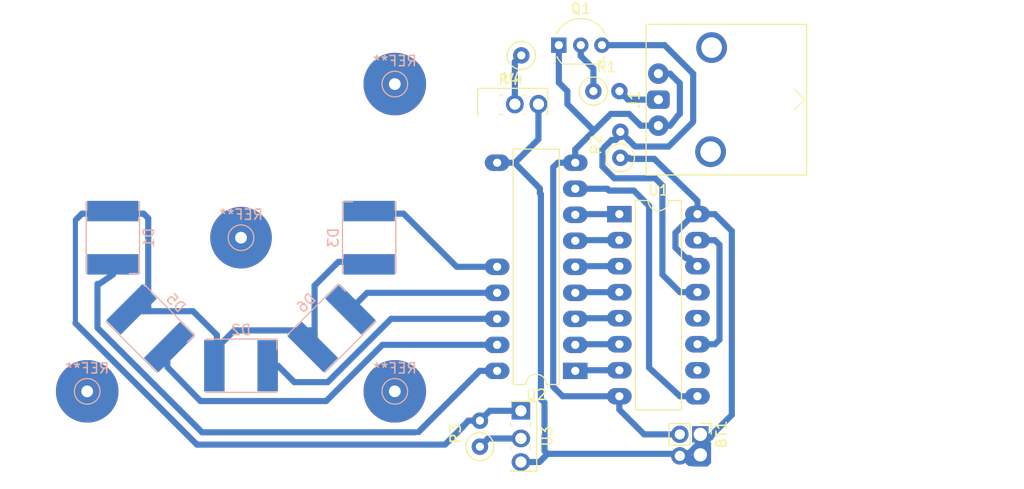
<source format=kicad_pcb>
(kicad_pcb (version 20171130) (host pcbnew "(5.1.5)-3")

  (general
    (thickness 1.6)
    (drawings 0)
    (tracks 200)
    (zones 0)
    (modules 20)
    (nets 25)
  )

  (page A4)
  (title_block
    (title "LED multiplexer")
    (rev v01)
    (comment 4 "Author: Hampus Månefjord")
  )

  (layers
    (0 F.Cu signal)
    (31 B.Cu signal)
    (32 B.Adhes user)
    (33 F.Adhes user)
    (34 B.Paste user)
    (35 F.Paste user)
    (36 B.SilkS user)
    (37 F.SilkS user)
    (38 B.Mask user)
    (39 F.Mask user)
    (40 Dwgs.User user)
    (41 Cmts.User user)
    (42 Eco1.User user)
    (43 Eco2.User user)
    (44 Edge.Cuts user)
    (45 Margin user)
    (46 B.CrtYd user)
    (47 F.CrtYd user)
    (48 B.Fab user)
    (49 F.Fab user)
  )

  (setup
    (last_trace_width 0.5)
    (user_trace_width 0.6)
    (trace_clearance 0.7)
    (zone_clearance 0.508)
    (zone_45_only no)
    (trace_min 0.4)
    (via_size 1.2)
    (via_drill 0.8)
    (via_min_size 1.2)
    (via_min_drill 0.8)
    (uvia_size 0.3)
    (uvia_drill 0.1)
    (uvias_allowed no)
    (uvia_min_size 0.2)
    (uvia_min_drill 0.1)
    (edge_width 0.05)
    (segment_width 0.2)
    (pcb_text_width 0.3)
    (pcb_text_size 1.5 1.5)
    (mod_edge_width 0.12)
    (mod_text_size 1 1)
    (mod_text_width 0.15)
    (pad_size 6.1 6.1)
    (pad_drill 1.15)
    (pad_to_mask_clearance 0.051)
    (solder_mask_min_width 0.25)
    (aux_axis_origin 0 0)
    (visible_elements 7EFFB6E7)
    (pcbplotparams
      (layerselection 0x00000_fffffffe)
      (usegerberextensions false)
      (usegerberattributes false)
      (usegerberadvancedattributes false)
      (creategerberjobfile false)
      (excludeedgelayer true)
      (linewidth 0.200000)
      (plotframeref false)
      (viasonmask false)
      (mode 1)
      (useauxorigin false)
      (hpglpennumber 1)
      (hpglpenspeed 20)
      (hpglpendiameter 15.000000)
      (psnegative false)
      (psa4output false)
      (plotreference true)
      (plotvalue true)
      (plotinvisibletext false)
      (padsonsilk false)
      (subtractmaskfromsilk false)
      (outputformat 1)
      (mirror false)
      (drillshape 0)
      (scaleselection 1)
      (outputdirectory "v10/"))
  )

  (net 0 "")
  (net 1 "Net-(D1-Pad1)")
  (net 2 "Net-(D1-Pad2)")
  (net 3 "Net-(D2-Pad1)")
  (net 4 "Net-(D3-Pad1)")
  (net 5 "Net-(D5-Pad1)")
  (net 6 "Net-(D6-Pad1)")
  (net 7 "Net-(J1-Pad1)")
  (net 8 GND)
  (net 9 "Net-(Q1-Pad2)")
  (net 10 VCC)
  (net 11 "Net-(R3-Pad1)")
  (net 12 "Net-(R4-Pad1)")
  (net 13 "Net-(U1-Pad1)")
  (net 14 "Net-(U1-Pad9)")
  (net 15 "Net-(U1-Pad2)")
  (net 16 "Net-(U1-Pad10)")
  (net 17 "Net-(U1-Pad3)")
  (net 18 "Net-(U1-Pad11)")
  (net 19 "Net-(U1-Pad4)")
  (net 20 "Net-(U1-Pad12)")
  (net 21 "Net-(U1-Pad5)")
  (net 22 "Net-(U1-Pad6)")
  (net 23 "Net-(U1-Pad7)")
  (net 24 "Net-(Q1-Pad3)")

  (net_class Default "This is the default net class."
    (clearance 0.7)
    (trace_width 0.5)
    (via_dia 1.2)
    (via_drill 0.8)
    (uvia_dia 0.3)
    (uvia_drill 0.1)
    (diff_pair_width 0.4)
    (diff_pair_gap 0.25)
    (add_net GND)
    (add_net "Net-(D1-Pad1)")
    (add_net "Net-(D1-Pad2)")
    (add_net "Net-(D2-Pad1)")
    (add_net "Net-(D3-Pad1)")
    (add_net "Net-(D5-Pad1)")
    (add_net "Net-(D6-Pad1)")
    (add_net "Net-(J1-Pad1)")
    (add_net "Net-(Q1-Pad2)")
    (add_net "Net-(Q1-Pad3)")
    (add_net "Net-(R3-Pad1)")
    (add_net "Net-(R4-Pad1)")
    (add_net "Net-(U1-Pad1)")
    (add_net "Net-(U1-Pad10)")
    (add_net "Net-(U1-Pad11)")
    (add_net "Net-(U1-Pad12)")
    (add_net "Net-(U1-Pad2)")
    (add_net "Net-(U1-Pad3)")
    (add_net "Net-(U1-Pad4)")
    (add_net "Net-(U1-Pad5)")
    (add_net "Net-(U1-Pad6)")
    (add_net "Net-(U1-Pad7)")
    (add_net "Net-(U1-Pad9)")
    (add_net VCC)
  )

  (module LED_multiplexer:LM317_half (layer F.Cu) (tedit 5E37EA19) (tstamp 5DFB4DE6)
    (at 54.61 -30.34)
    (descr "SIPAK, Vertical, RM 2.286mm")
    (tags "SIPAK Vertical RM 2.286mm")
    (path /5E327B33)
    (fp_text reference U4 (at 2.286 -2.54) (layer F.SilkS)
      (effects (font (size 1 1) (thickness 0.15)))
    )
    (fp_text value LM317L_TO92 (at 2.286 2.15) (layer F.Fab)
      (effects (font (size 1 1) (thickness 0.15)))
    )
    (fp_text user %R (at 2.286 -2.54) (layer F.Fab)
      (effects (font (size 1 1) (thickness 0.15)))
    )
    (fp_line (start 5.84 -1.67) (end -1.27 -1.67) (layer F.CrtYd) (width 0.05))
    (fp_line (start 5.84 1.15) (end 5.84 -1.67) (layer F.CrtYd) (width 0.05))
    (fp_line (start -1.27 1.15) (end 5.84 1.15) (layer F.CrtYd) (width 0.05))
    (fp_line (start -1.27 -1.67) (end -1.27 1.15) (layer F.CrtYd) (width 0.05))
    (fp_line (start 5.58 -0.9) (end 5.706 -0.9) (layer F.SilkS) (width 0.12))
    (fp_line (start 3.294 -0.9) (end 3.565 -0.9) (layer F.SilkS) (width 0.12))
    (fp_line (start 1.008 -0.9) (end 1.279 -0.9) (layer F.SilkS) (width 0.12))
    (fp_line (start -1.134 -0.9) (end -1.008 -0.9) (layer F.SilkS) (width 0.12))
    (fp_line (start 5.706 -1.54) (end 5.706 1) (layer F.SilkS) (width 0.12))
    (fp_line (start -1.134 -1.54) (end -1.134 1) (layer F.SilkS) (width 0.12))
    (fp_line (start 5.58 1) (end 5.706 1) (layer F.SilkS) (width 0.12))
    (fp_line (start 3.294 1) (end 3.565 1) (layer F.SilkS) (width 0.12))
    (fp_line (start 1.008 1) (end 1.279 1) (layer F.SilkS) (width 0.12))
    (fp_line (start -1.134 1) (end -1.008 1) (layer F.SilkS) (width 0.12))
    (fp_line (start -1.134 -1.54) (end 5.706 -1.54) (layer F.SilkS) (width 0.12))
    (fp_line (start -1.014 -1.02) (end 5.586 -1.02) (layer F.Fab) (width 0.1))
    (fp_line (start 5.586 -1.42) (end -1.014 -1.42) (layer F.Fab) (width 0.1))
    (fp_line (start 5.586 0.88) (end 5.586 -1.42) (layer F.Fab) (width 0.1))
    (fp_line (start -1.014 0.88) (end 5.586 0.88) (layer F.Fab) (width 0.1))
    (fp_line (start -1.014 -1.42) (end -1.014 0.88) (layer F.Fab) (width 0.1))
    (pad 3 thru_hole oval (at 4.8 0) (size 1.7145 1.8) (drill 1.1) (layers *.Cu *.Mask)
      (net 10 VCC))
    (pad 2 thru_hole oval (at 2.5 0) (size 1.7145 1.8) (drill 1.1) (layers *.Cu *.Mask)
      (net 12 "Net-(R4-Pad1)"))
    (model ${KISYS3DMOD}/Package_TO_SOT_THT.3dshapes/SIPAK_Vertical.wrl
      (at (xyz 0 0 0))
      (scale (xyz 1 1 1))
      (rotate (xyz 0 0 0))
    )
  )

  (module LED_multiplexer:R_Axial_DIN0207_L6.3mm_D2.5mm_P2.54mm_Vertical_half (layer F.Cu) (tedit 5E37E9D5) (tstamp 5DFB4D64)
    (at 57.74 -35.1 180)
    (descr "Resistor, Axial_DIN0207 series, Axial, Vertical, pin pitch=2.54mm, 0.25W = 1/4W, length*diameter=6.3*2.5mm^2, http://cdn-reichelt.de/documents/datenblatt/B400/1_4W%23YAG.pdf")
    (tags "Resistor Axial_DIN0207 series Axial Vertical pin pitch 2.54mm 0.25W = 1/4W length 6.3mm diameter 2.5mm")
    (path /5DFB6A05)
    (fp_text reference R4 (at 1.27 -2.37) (layer F.SilkS)
      (effects (font (size 1 1) (thickness 0.15)))
    )
    (fp_text value 2.5 (at 1.27 2.37) (layer F.Fab)
      (effects (font (size 1 1) (thickness 0.15)))
    )
    (fp_text user %R (at 1.27 -2.37) (layer F.Fab)
      (effects (font (size 1 1) (thickness 0.15)))
    )
    (fp_line (start 3.59 -1.5) (end -1.5 -1.5) (layer F.CrtYd) (width 0.05))
    (fp_line (start 3.59 1.5) (end 3.59 -1.5) (layer F.CrtYd) (width 0.05))
    (fp_line (start -1.5 1.5) (end 3.59 1.5) (layer F.CrtYd) (width 0.05))
    (fp_line (start -1.5 -1.5) (end -1.5 1.5) (layer F.CrtYd) (width 0.05))
    (fp_line (start 1.37 0) (end 1.44 0) (layer F.SilkS) (width 0.12))
    (fp_line (start 0 0) (end 2.54 0) (layer F.Fab) (width 0.1))
    (fp_circle (center 0 0) (end 1.37 0) (layer F.SilkS) (width 0.12))
    (fp_circle (center 0 0) (end 1.25 0) (layer F.Fab) (width 0.1))
    (pad 1 thru_hole circle (at 0 0 180) (size 1.6 1.6) (drill 0.8) (layers *.Cu *.Mask)
      (net 12 "Net-(R4-Pad1)"))
    (model ${KISYS3DMOD}/Resistor_THT.3dshapes/R_Axial_DIN0207_L6.3mm_D2.5mm_P2.54mm_Vertical.wrl
      (at (xyz 0 0 0))
      (scale (xyz 1 1 1))
      (rotate (xyz 0 0 0))
    )
  )

  (module LED_multiplexer:DIP-18_W7.62mm_LongPads_half (layer F.Cu) (tedit 5E37E91E) (tstamp 5DFB4DAE)
    (at 63 -4.3 180)
    (descr "18-lead though-hole mounted DIP package, row spacing 7.62 mm (300 mils), LongPads")
    (tags "THT DIP DIL PDIP 2.54mm 7.62mm 300mil LongPads")
    (path /5E000444)
    (fp_text reference U2 (at 3.81 -2.33) (layer F.SilkS)
      (effects (font (size 1 1) (thickness 0.15)))
    )
    (fp_text value TBD62084A (at 3.81 22.65) (layer F.Fab)
      (effects (font (size 1 1) (thickness 0.15)))
    )
    (fp_text user %R (at 3.81 10.16) (layer F.Fab)
      (effects (font (size 1 1) (thickness 0.15)))
    )
    (fp_line (start 9.1 -1.55) (end -1.45 -1.55) (layer F.CrtYd) (width 0.05))
    (fp_line (start 9.1 21.85) (end 9.1 -1.55) (layer F.CrtYd) (width 0.05))
    (fp_line (start -1.45 21.85) (end 9.1 21.85) (layer F.CrtYd) (width 0.05))
    (fp_line (start -1.45 -1.55) (end -1.45 21.85) (layer F.CrtYd) (width 0.05))
    (fp_line (start 6.06 -1.33) (end 4.81 -1.33) (layer F.SilkS) (width 0.12))
    (fp_line (start 6.06 21.65) (end 6.06 -1.33) (layer F.SilkS) (width 0.12))
    (fp_line (start 1.56 21.65) (end 6.06 21.65) (layer F.SilkS) (width 0.12))
    (fp_line (start 1.56 -1.33) (end 1.56 21.65) (layer F.SilkS) (width 0.12))
    (fp_line (start 2.81 -1.33) (end 1.56 -1.33) (layer F.SilkS) (width 0.12))
    (fp_line (start 0.635 -0.27) (end 1.635 -1.27) (layer F.Fab) (width 0.1))
    (fp_line (start 0.635 21.59) (end 0.635 -0.27) (layer F.Fab) (width 0.1))
    (fp_line (start 6.985 21.59) (end 0.635 21.59) (layer F.Fab) (width 0.1))
    (fp_line (start 6.985 -1.27) (end 6.985 21.59) (layer F.Fab) (width 0.1))
    (fp_line (start 1.635 -1.27) (end 6.985 -1.27) (layer F.Fab) (width 0.1))
    (fp_arc (start 3.81 -1.33) (end 2.81 -1.33) (angle -180) (layer F.SilkS) (width 0.12))
    (pad 18 thru_hole oval (at 7.62 0 180) (size 2.4 1.6) (drill 0.8) (layers *.Cu *.Mask)
      (net 1 "Net-(D1-Pad1)"))
    (pad 9 thru_hole oval (at 0 20.32 180) (size 2.4 1.6) (drill 0.8) (layers *.Cu *.Mask)
      (net 8 GND))
    (pad 17 thru_hole oval (at 7.62 2.54 180) (size 2.4 1.6) (drill 0.8) (layers *.Cu *.Mask)
      (net 5 "Net-(D5-Pad1)"))
    (pad 8 thru_hole oval (at 0 17.78 180) (size 2.4 1.6) (drill 0.8) (layers *.Cu *.Mask)
      (net 14 "Net-(U1-Pad9)"))
    (pad 16 thru_hole oval (at 7.62 5.08 180) (size 2.4 1.6) (drill 0.8) (layers *.Cu *.Mask)
      (net 3 "Net-(D2-Pad1)"))
    (pad 7 thru_hole oval (at 0 15.24 180) (size 2.4 1.6) (drill 0.8) (layers *.Cu *.Mask)
      (net 13 "Net-(U1-Pad1)"))
    (pad 15 thru_hole oval (at 7.62 7.62 180) (size 2.4 1.6) (drill 0.8) (layers *.Cu *.Mask)
      (net 6 "Net-(D6-Pad1)"))
    (pad 6 thru_hole oval (at 0 12.7 180) (size 2.4 1.6) (drill 0.8) (layers *.Cu *.Mask)
      (net 15 "Net-(U1-Pad2)"))
    (pad 14 thru_hole oval (at 7.62 10.16 180) (size 2.4 1.6) (drill 0.8) (layers *.Cu *.Mask)
      (net 4 "Net-(D3-Pad1)"))
    (pad 5 thru_hole oval (at 0 10.16 180) (size 2.4 1.6) (drill 0.8) (layers *.Cu *.Mask)
      (net 17 "Net-(U1-Pad3)"))
    (pad 4 thru_hole oval (at 0 7.62 180) (size 2.4 1.6) (drill 0.8) (layers *.Cu *.Mask)
      (net 19 "Net-(U1-Pad4)"))
    (pad 3 thru_hole oval (at 0 5.08 180) (size 2.4 1.6) (drill 0.8) (layers *.Cu *.Mask)
      (net 21 "Net-(U1-Pad5)"))
    (pad 2 thru_hole oval (at 0 2.54 180) (size 2.4 1.6) (drill 0.8) (layers *.Cu *.Mask)
      (net 22 "Net-(U1-Pad6)"))
    (pad 10 thru_hole oval (at 7.62 20.32 180) (size 2.4 1.6) (drill 0.8) (layers *.Cu *.Mask)
      (net 10 VCC))
    (pad 1 thru_hole rect (at 0 0 180) (size 2.4 1.6) (drill 0.8) (layers *.Cu *.Mask)
      (net 23 "Net-(U1-Pad7)"))
    (model ${KISYS3DMOD}/Package_DIP.3dshapes/DIP-18_W7.62mm.wrl
      (at (xyz 0 0 0))
      (scale (xyz 1 1 1))
      (rotate (xyz 0 0 0))
    )
  )

  (module LED_multiplexer:Pin_D1.0mm_L10.0mm (layer B.Cu) (tedit 5E32FD1F) (tstamp 5E31E15A)
    (at 15.4 -2.3)
    (descr "solder Pin_ diameter 1.0mm, hole diameter 1.0mm (press fit), length 10.0mm")
    (tags "solder Pin_ press fit")
    (fp_text reference REF** (at 0 -2.25) (layer B.SilkS)
      (effects (font (size 1 1) (thickness 0.15)) (justify mirror))
    )
    (fp_text value Pin_D1.0mm_L10.0mm (at 0 2.05) (layer B.Fab)
      (effects (font (size 1 1) (thickness 0.15)) (justify mirror))
    )
    (fp_circle (center 0 0) (end 1.25 -0.05) (layer B.SilkS) (width 0.12))
    (fp_circle (center 0 0) (end 1 0) (layer B.Fab) (width 0.12))
    (fp_circle (center 0 0) (end 0.5 0) (layer B.Fab) (width 0.12))
    (fp_circle (center 0 0) (end 3 0) (layer B.CrtYd) (width 0.05))
    (fp_text user %R (at 0 -2.25) (layer B.Fab)
      (effects (font (size 1 1) (thickness 0.15)) (justify mirror))
    )
    (pad 1 thru_hole circle (at 0 0) (size 6.1 6.1) (drill 1.15) (layers *.Cu *.Mask))
    (model ${KISYS3DMOD}/Connector_Pin.3dshapes/Pin_D1.0mm_L10.0mm.wrl
      (at (xyz 0 0 0))
      (scale (xyz 1 1 1))
      (rotate (xyz 0 0 0))
    )
  )

  (module LED_multiplexer:PinHeader_1x02_P2.00mm_Vertical_hampus (layer F.Cu) (tedit 5E343695) (tstamp 5DFB6628)
    (at 75.2 1.9 270)
    (descr "Through hole straight pin header, 1x02, 2.00mm pitch, single row")
    (tags "Through hole pin header THT 1x02 2.00mm single row")
    (path /5DFF155D)
    (fp_text reference BT1 (at 0 -2.06 90) (layer F.SilkS)
      (effects (font (size 1 1) (thickness 0.15)))
    )
    (fp_text value 9V (at 0 4.06 90) (layer F.Fab)
      (effects (font (size 1 1) (thickness 0.15)))
    )
    (fp_line (start 1.5 -1.5) (end -1.5 -1.5) (layer F.CrtYd) (width 0.05))
    (fp_line (start 1.5 3.5) (end 1.5 -1.5) (layer F.CrtYd) (width 0.05))
    (fp_line (start -1.5 3.5) (end 1.5 3.5) (layer F.CrtYd) (width 0.05))
    (fp_line (start -1.5 -1.5) (end -1.5 3.5) (layer F.CrtYd) (width 0.05))
    (fp_line (start -1.06 -1.06) (end 0 -1.06) (layer F.SilkS) (width 0.12))
    (fp_line (start -1.06 0) (end -1.06 -1.06) (layer F.SilkS) (width 0.12))
    (fp_line (start -1.06 1) (end 1.06 1) (layer F.SilkS) (width 0.12))
    (fp_line (start 1.06 1) (end 1.06 3.06) (layer F.SilkS) (width 0.12))
    (fp_line (start -1.06 1) (end -1.06 3.06) (layer F.SilkS) (width 0.12))
    (fp_line (start -1.06 3.06) (end 1.06 3.06) (layer F.SilkS) (width 0.12))
    (fp_line (start -1 -0.5) (end -0.5 -1) (layer F.Fab) (width 0.1))
    (fp_line (start -1 3) (end -1 -0.5) (layer F.Fab) (width 0.1))
    (fp_line (start 1 3) (end -1 3) (layer F.Fab) (width 0.1))
    (fp_line (start 1 -1) (end 1 3) (layer F.Fab) (width 0.1))
    (fp_line (start -0.5 -1) (end 1 -1) (layer F.Fab) (width 0.1))
    (pad 1 thru_hole circle (at 2.1 2 270) (size 1.7 1.7) (drill 1) (layers *.Cu *.Mask)
      (net 10 VCC))
    (pad 1 thru_hole circle (at 2 0 270) (size 1.7 1.7) (drill 1.3) (layers *.Cu *.Mask)
      (net 10 VCC))
    (pad 2 thru_hole oval (at 0 2 270) (size 1.7 1.7) (drill 1) (layers *.Cu *.Mask)
      (net 8 GND))
    (pad 1 thru_hole rect (at 0 0 270) (size 1.6 1.6) (drill 1.3) (layers *.Cu *.Mask)
      (net 10 VCC))
    (model ${KISYS3DMOD}/Connector_PinHeader_2.00mm.3dshapes/PinHeader_1x02_P2.00mm_Vertical.wrl
      (at (xyz 0 0 0))
      (scale (xyz 1 1 1))
      (rotate (xyz 0 0 0))
    )
  )

  (module LED_multiplexer:LED_SMB1N_5x5mm2 (layer B.Cu) (tedit 5E32FBF9) (tstamp 5DFB4C62)
    (at 17.9 -17.3 90)
    (descr "5.0mm x 5.0mm PLCC4 LED")
    (tags "LED Cree PLCC-4")
    (path /5DFAC08F)
    (attr smd)
    (fp_text reference D1 (at 0 3.5 270) (layer B.SilkS)
      (effects (font (size 1 1) (thickness 0.15)) (justify mirror))
    )
    (fp_text value LED (at 0 -4 270) (layer B.Fab)
      (effects (font (size 1 1) (thickness 0.15)) (justify mirror))
    )
    (fp_text user %R (at 0 0 270) (layer B.Fab)
      (effects (font (size 1 1) (thickness 0.1)) (justify mirror))
    )
    (fp_circle (center 0 0) (end 0 2) (layer B.Fab) (width 0.1))
    (fp_line (start -3.5 1.6) (end -3.5 2.6) (layer B.SilkS) (width 0.12))
    (fp_line (start -3.5 -2.6) (end 3.5 -2.6) (layer B.SilkS) (width 0.12))
    (fp_line (start -3.5 2.6) (end 3.5 2.6) (layer B.SilkS) (width 0.12))
    (fp_line (start 2.5 2.5) (end -2.5 2.5) (layer B.Fab) (width 0.1))
    (fp_line (start 2.5 -2.5) (end 2.5 2.5) (layer B.Fab) (width 0.1))
    (fp_line (start -2.5 -2.5) (end 2.5 -2.5) (layer B.Fab) (width 0.1))
    (fp_line (start -2.5 2.5) (end -2.5 -2.5) (layer B.Fab) (width 0.1))
    (fp_line (start -1.5 2.5) (end -2.5 1.5) (layer B.Fab) (width 0.1))
    (fp_line (start -3.75 2.85) (end -3.75 -2.85) (layer B.CrtYd) (width 0.05))
    (fp_line (start -3.75 -2.85) (end 3.75 -2.85) (layer B.CrtYd) (width 0.05))
    (fp_line (start 3.75 -2.85) (end 3.75 2.85) (layer B.CrtYd) (width 0.05))
    (fp_line (start 3.75 2.85) (end -3.75 2.85) (layer B.CrtYd) (width 0.05))
    (pad 1 smd rect (at -2.6 0 90) (size 2 5) (layers B.Cu B.Paste B.Mask)
      (net 1 "Net-(D1-Pad1)"))
    (pad 2 smd rect (at 2.6 0 90) (size 2 5) (layers B.Cu B.Paste B.Mask)
      (net 2 "Net-(D1-Pad2)"))
    (model ${KISYS3DMOD}/LED_SMD.3dshapes/LED_Cree-PLCC4_5x5mm_CW.wrl
      (at (xyz 0 0 0))
      (scale (xyz 1 1 1))
      (rotate (xyz 0 0 0))
    )
  )

  (module LED_multiplexer:LED_SMB1N_5x5mm2 (layer B.Cu) (tedit 5E32FBF9) (tstamp 5DFB4C76)
    (at 30.4 -4.8 180)
    (descr "5.0mm x 5.0mm PLCC4 LED")
    (tags "LED Cree PLCC-4")
    (path /5DFAD863)
    (attr smd)
    (fp_text reference D2 (at 0 3.5) (layer B.SilkS)
      (effects (font (size 1 1) (thickness 0.15)) (justify mirror))
    )
    (fp_text value LED (at 0 -4) (layer B.Fab)
      (effects (font (size 1 1) (thickness 0.15)) (justify mirror))
    )
    (fp_text user %R (at 0 0) (layer B.Fab)
      (effects (font (size 1 1) (thickness 0.1)) (justify mirror))
    )
    (fp_circle (center 0 0) (end 0 2) (layer B.Fab) (width 0.1))
    (fp_line (start -3.5 1.6) (end -3.5 2.6) (layer B.SilkS) (width 0.12))
    (fp_line (start -3.5 -2.6) (end 3.5 -2.6) (layer B.SilkS) (width 0.12))
    (fp_line (start -3.5 2.6) (end 3.5 2.6) (layer B.SilkS) (width 0.12))
    (fp_line (start 2.5 2.5) (end -2.5 2.5) (layer B.Fab) (width 0.1))
    (fp_line (start 2.5 -2.5) (end 2.5 2.5) (layer B.Fab) (width 0.1))
    (fp_line (start -2.5 -2.5) (end 2.5 -2.5) (layer B.Fab) (width 0.1))
    (fp_line (start -2.5 2.5) (end -2.5 -2.5) (layer B.Fab) (width 0.1))
    (fp_line (start -1.5 2.5) (end -2.5 1.5) (layer B.Fab) (width 0.1))
    (fp_line (start -3.75 2.85) (end -3.75 -2.85) (layer B.CrtYd) (width 0.05))
    (fp_line (start -3.75 -2.85) (end 3.75 -2.85) (layer B.CrtYd) (width 0.05))
    (fp_line (start 3.75 -2.85) (end 3.75 2.85) (layer B.CrtYd) (width 0.05))
    (fp_line (start 3.75 2.85) (end -3.75 2.85) (layer B.CrtYd) (width 0.05))
    (pad 1 smd rect (at -2.6 0 180) (size 2 5) (layers B.Cu B.Paste B.Mask)
      (net 3 "Net-(D2-Pad1)"))
    (pad 2 smd rect (at 2.6 0 180) (size 2 5) (layers B.Cu B.Paste B.Mask)
      (net 2 "Net-(D1-Pad2)"))
    (model ${KISYS3DMOD}/LED_SMD.3dshapes/LED_Cree-PLCC4_5x5mm_CW.wrl
      (at (xyz 0 0 0))
      (scale (xyz 1 1 1))
      (rotate (xyz 0 0 0))
    )
  )

  (module LED_multiplexer:LED_SMB1N_5x5mm2 (layer B.Cu) (tedit 5E32FBF9) (tstamp 5DFB4C8A)
    (at 42.9 -17.3 270)
    (descr "5.0mm x 5.0mm PLCC4 LED")
    (tags "LED Cree PLCC-4")
    (path /5DFB504F)
    (attr smd)
    (fp_text reference D3 (at 0 3.5 270) (layer B.SilkS)
      (effects (font (size 1 1) (thickness 0.15)) (justify mirror))
    )
    (fp_text value LED (at 0 -4 270) (layer B.Fab)
      (effects (font (size 1 1) (thickness 0.15)) (justify mirror))
    )
    (fp_text user %R (at 0 0 270) (layer B.Fab)
      (effects (font (size 1 1) (thickness 0.1)) (justify mirror))
    )
    (fp_circle (center 0 0) (end 0 2) (layer B.Fab) (width 0.1))
    (fp_line (start -3.5 1.6) (end -3.5 2.6) (layer B.SilkS) (width 0.12))
    (fp_line (start -3.5 -2.6) (end 3.5 -2.6) (layer B.SilkS) (width 0.12))
    (fp_line (start -3.5 2.6) (end 3.5 2.6) (layer B.SilkS) (width 0.12))
    (fp_line (start 2.5 2.5) (end -2.5 2.5) (layer B.Fab) (width 0.1))
    (fp_line (start 2.5 -2.5) (end 2.5 2.5) (layer B.Fab) (width 0.1))
    (fp_line (start -2.5 -2.5) (end 2.5 -2.5) (layer B.Fab) (width 0.1))
    (fp_line (start -2.5 2.5) (end -2.5 -2.5) (layer B.Fab) (width 0.1))
    (fp_line (start -1.5 2.5) (end -2.5 1.5) (layer B.Fab) (width 0.1))
    (fp_line (start -3.75 2.85) (end -3.75 -2.85) (layer B.CrtYd) (width 0.05))
    (fp_line (start -3.75 -2.85) (end 3.75 -2.85) (layer B.CrtYd) (width 0.05))
    (fp_line (start 3.75 -2.85) (end 3.75 2.85) (layer B.CrtYd) (width 0.05))
    (fp_line (start 3.75 2.85) (end -3.75 2.85) (layer B.CrtYd) (width 0.05))
    (pad 1 smd rect (at -2.6 0 270) (size 2 5) (layers B.Cu B.Paste B.Mask)
      (net 4 "Net-(D3-Pad1)"))
    (pad 2 smd rect (at 2.6 0 270) (size 2 5) (layers B.Cu B.Paste B.Mask)
      (net 2 "Net-(D1-Pad2)"))
    (model ${KISYS3DMOD}/LED_SMD.3dshapes/LED_Cree-PLCC4_5x5mm_CW.wrl
      (at (xyz 0 0 0))
      (scale (xyz 1 1 1))
      (rotate (xyz 0 0 0))
    )
  )

  (module LED_multiplexer:LED_SMB1N_5x5mm2 (layer B.Cu) (tedit 5E32FBF9) (tstamp 5DFB4CB2)
    (at 21.561 -8.461 135)
    (descr "5.0mm x 5.0mm PLCC4 LED")
    (tags "LED Cree PLCC-4")
    (path /5DFACD24)
    (attr smd)
    (fp_text reference D5 (at 0 3.5 315) (layer B.SilkS)
      (effects (font (size 1 1) (thickness 0.15)) (justify mirror))
    )
    (fp_text value LED (at 0 -4 315) (layer B.Fab)
      (effects (font (size 1 1) (thickness 0.15)) (justify mirror))
    )
    (fp_text user %R (at 0 0 315) (layer B.Fab)
      (effects (font (size 1 1) (thickness 0.1)) (justify mirror))
    )
    (fp_circle (center 0 0) (end 0 2) (layer B.Fab) (width 0.1))
    (fp_line (start -3.5 1.6) (end -3.5 2.6) (layer B.SilkS) (width 0.12))
    (fp_line (start -3.5 -2.6) (end 3.5 -2.6) (layer B.SilkS) (width 0.12))
    (fp_line (start -3.5 2.6) (end 3.5 2.6) (layer B.SilkS) (width 0.12))
    (fp_line (start 2.5 2.5) (end -2.5 2.5) (layer B.Fab) (width 0.1))
    (fp_line (start 2.5 -2.5) (end 2.5 2.5) (layer B.Fab) (width 0.1))
    (fp_line (start -2.5 -2.5) (end 2.5 -2.5) (layer B.Fab) (width 0.1))
    (fp_line (start -2.5 2.5) (end -2.5 -2.5) (layer B.Fab) (width 0.1))
    (fp_line (start -1.5 2.5) (end -2.5 1.5) (layer B.Fab) (width 0.1))
    (fp_line (start -3.75 2.85) (end -3.75 -2.85) (layer B.CrtYd) (width 0.05))
    (fp_line (start -3.75 -2.85) (end 3.75 -2.85) (layer B.CrtYd) (width 0.05))
    (fp_line (start 3.75 -2.85) (end 3.75 2.85) (layer B.CrtYd) (width 0.05))
    (fp_line (start 3.75 2.85) (end -3.75 2.85) (layer B.CrtYd) (width 0.05))
    (pad 1 smd rect (at -2.6 0 135) (size 2 5) (layers B.Cu B.Paste B.Mask)
      (net 5 "Net-(D5-Pad1)"))
    (pad 2 smd rect (at 2.6 0 135) (size 2 5) (layers B.Cu B.Paste B.Mask)
      (net 2 "Net-(D1-Pad2)"))
    (model ${KISYS3DMOD}/LED_SMD.3dshapes/LED_Cree-PLCC4_5x5mm_CW.wrl
      (at (xyz 0 0 0))
      (scale (xyz 1 1 1))
      (rotate (xyz 0 0 0))
    )
  )

  (module LED_multiplexer:LED_SMB1N_5x5mm2 (layer B.Cu) (tedit 5E32FBF9) (tstamp 5DFB4CC6)
    (at 39.239 -8.461 225)
    (descr "5.0mm x 5.0mm PLCC4 LED")
    (tags "LED Cree PLCC-4")
    (path /5DFAD86D)
    (attr smd)
    (fp_text reference D6 (at 0 3.5 225) (layer B.SilkS)
      (effects (font (size 1 1) (thickness 0.15)) (justify mirror))
    )
    (fp_text value LED (at 0 -4 225) (layer B.Fab)
      (effects (font (size 1 1) (thickness 0.15)) (justify mirror))
    )
    (fp_text user %R (at 0 0 225) (layer B.Fab)
      (effects (font (size 1 1) (thickness 0.1)) (justify mirror))
    )
    (fp_circle (center 0 0) (end 0 2) (layer B.Fab) (width 0.1))
    (fp_line (start -3.5 1.6) (end -3.5 2.6) (layer B.SilkS) (width 0.12))
    (fp_line (start -3.5 -2.6) (end 3.5 -2.6) (layer B.SilkS) (width 0.12))
    (fp_line (start -3.5 2.6) (end 3.5 2.6) (layer B.SilkS) (width 0.12))
    (fp_line (start 2.5 2.5) (end -2.5 2.5) (layer B.Fab) (width 0.1))
    (fp_line (start 2.5 -2.5) (end 2.5 2.5) (layer B.Fab) (width 0.1))
    (fp_line (start -2.5 -2.5) (end 2.5 -2.5) (layer B.Fab) (width 0.1))
    (fp_line (start -2.5 2.5) (end -2.5 -2.5) (layer B.Fab) (width 0.1))
    (fp_line (start -1.5 2.5) (end -2.5 1.5) (layer B.Fab) (width 0.1))
    (fp_line (start -3.75 2.85) (end -3.75 -2.85) (layer B.CrtYd) (width 0.05))
    (fp_line (start -3.75 -2.85) (end 3.75 -2.85) (layer B.CrtYd) (width 0.05))
    (fp_line (start 3.75 -2.85) (end 3.75 2.85) (layer B.CrtYd) (width 0.05))
    (fp_line (start 3.75 2.85) (end -3.75 2.85) (layer B.CrtYd) (width 0.05))
    (pad 1 smd rect (at -2.6 0 225) (size 2 5) (layers B.Cu B.Paste B.Mask)
      (net 6 "Net-(D6-Pad1)"))
    (pad 2 smd rect (at 2.6 0 225) (size 2 5) (layers B.Cu B.Paste B.Mask)
      (net 2 "Net-(D1-Pad2)"))
    (model ${KISYS3DMOD}/LED_SMD.3dshapes/LED_Cree-PLCC4_5x5mm_CW.wrl
      (at (xyz 0 0 0))
      (scale (xyz 1 1 1))
      (rotate (xyz 0 0 0))
    )
  )

  (module LED_multiplexer:Pin_D1.0mm_L10.0mm (layer B.Cu) (tedit 5E32FD03) (tstamp 5E31E15A)
    (at 45.4 -32.3)
    (descr "solder Pin_ diameter 1.0mm, hole diameter 1.0mm (press fit), length 10.0mm")
    (tags "solder Pin_ press fit")
    (fp_text reference REF** (at 0 -2.25) (layer B.SilkS)
      (effects (font (size 1 1) (thickness 0.15)) (justify mirror))
    )
    (fp_text value Pin_D1.0mm_L10.0mm (at 0 2.05) (layer B.Fab)
      (effects (font (size 1 1) (thickness 0.15)) (justify mirror))
    )
    (fp_circle (center 0 0) (end 1.25 -0.05) (layer B.SilkS) (width 0.12))
    (fp_circle (center 0 0) (end 1 0) (layer B.Fab) (width 0.12))
    (fp_circle (center 0 0) (end 0.5 0) (layer B.Fab) (width 0.12))
    (fp_circle (center 0 0) (end 3 0) (layer B.CrtYd) (width 0.05))
    (fp_text user %R (at 0 -2.25) (layer B.Fab)
      (effects (font (size 1 1) (thickness 0.15)) (justify mirror))
    )
    (pad 1 thru_hole circle (at 0 0) (size 6.1 6.1) (drill 1.15) (layers *.Cu *.Mask))
    (model ${KISYS3DMOD}/Connector_Pin.3dshapes/Pin_D1.0mm_L10.0mm.wrl
      (at (xyz 0 0 0))
      (scale (xyz 1 1 1))
      (rotate (xyz 0 0 0))
    )
  )

  (module LED_multiplexer:Pin_D1.0mm_L10.0mm (layer B.Cu) (tedit 5E32FD26) (tstamp 5E31E15A)
    (at 45.4 -2.3)
    (descr "solder Pin_ diameter 1.0mm, hole diameter 1.0mm (press fit), length 10.0mm")
    (tags "solder Pin_ press fit")
    (fp_text reference REF** (at 0 -2.25) (layer B.SilkS)
      (effects (font (size 1 1) (thickness 0.15)) (justify mirror))
    )
    (fp_text value Pin_D1.0mm_L10.0mm (at 0 2.05) (layer B.Fab)
      (effects (font (size 1 1) (thickness 0.15)) (justify mirror))
    )
    (fp_circle (center 0 0) (end 1.25 -0.05) (layer B.SilkS) (width 0.12))
    (fp_circle (center 0 0) (end 1 0) (layer B.Fab) (width 0.12))
    (fp_circle (center 0 0) (end 0.5 0) (layer B.Fab) (width 0.12))
    (fp_circle (center 0 0) (end 3 0) (layer B.CrtYd) (width 0.05))
    (fp_text user %R (at 0 -2.25) (layer B.Fab)
      (effects (font (size 1 1) (thickness 0.15)) (justify mirror))
    )
    (pad 1 thru_hole circle (at 0 0) (size 6.1 6.1) (drill 1.15) (layers *.Cu *.Mask))
    (model ${KISYS3DMOD}/Connector_Pin.3dshapes/Pin_D1.0mm_L10.0mm.wrl
      (at (xyz 0 0 0))
      (scale (xyz 1 1 1))
      (rotate (xyz 0 0 0))
    )
  )

  (module LED_multiplexer:Pin_D1.0mm_L10.0mm (layer B.Cu) (tedit 5E32A2E3) (tstamp 5E318C0B)
    (at 30.4 -17.3)
    (descr "solder Pin_ diameter 1.0mm, hole diameter 1.0mm (press fit), length 10.0mm")
    (tags "solder Pin_ press fit")
    (fp_text reference REF** (at 0 -2.25) (layer B.SilkS)
      (effects (font (size 1 1) (thickness 0.15)) (justify mirror))
    )
    (fp_text value Pin_D1.0mm_L10.0mm (at 0 2.05) (layer B.Fab)
      (effects (font (size 1 1) (thickness 0.15)) (justify mirror))
    )
    (fp_text user %R (at 0 -2.25) (layer B.Fab)
      (effects (font (size 1 1) (thickness 0.15)) (justify mirror))
    )
    (fp_circle (center 0 0) (end 3 0) (layer B.CrtYd) (width 0.05))
    (fp_circle (center 0 0) (end 0.5 0) (layer B.Fab) (width 0.12))
    (fp_circle (center 0 0) (end 1 0) (layer B.Fab) (width 0.12))
    (fp_circle (center 0 0) (end 1.25 -0.05) (layer B.SilkS) (width 0.12))
    (pad 1 thru_hole circle (at 0 0) (size 6 6) (drill 1.15) (layers *.Cu *.Mask))
    (model ${KISYS3DMOD}/Connector_Pin.3dshapes/Pin_D1.0mm_L10.0mm.wrl
      (at (xyz 0 0 0))
      (scale (xyz 1 1 1))
      (rotate (xyz 0 0 0))
    )
  )

  (module LED_multiplexer:BNC_coax_Horizontal_c2 (layer F.Cu) (tedit 5E31509C) (tstamp 5DFC9608)
    (at 71.11 -30.78 270)
    (descr "dual independently isolated BNC plug (https://www.amphenolrf.com/downloads/dl/file/id/2980/product/644/031_6575_customer_drawing.pdf)")
    (tags "Dual BNC Amphenol Horizontal")
    (path /5DFCCCA6)
    (fp_text reference J1 (at 0 2.35 90) (layer F.SilkS)
      (effects (font (size 1 1) (thickness 0.15)))
    )
    (fp_text value Conn_Coaxial (at 0 4.35 270) (layer F.Fab)
      (effects (font (size 1 1) (thickness 0.15)))
    )
    (fp_line (start 0 -14.25) (end 1 -13.25) (layer F.SilkS) (width 0.12))
    (fp_line (start 0 -14.25) (end -1 -13.25) (layer F.SilkS) (width 0.12))
    (fp_line (start 7.7 1.55) (end 7.7 -35.65) (layer F.CrtYd) (width 0.05))
    (fp_line (start 7.7 -35.65) (end -7.7 -35.65) (layer F.CrtYd) (width 0.05))
    (fp_line (start -7.7 1.55) (end -7.7 -35.65) (layer F.CrtYd) (width 0.05))
    (fp_line (start -7.7 1.55) (end 7.7 1.55) (layer F.CrtYd) (width 0.05))
    (fp_line (start -7.35 1.2) (end -7.35 -14.45) (layer F.SilkS) (width 0.12))
    (fp_line (start 7.35 1.2) (end -7.35 1.2) (layer F.SilkS) (width 0.12))
    (fp_line (start 7.35 -14.45) (end 7.35 1.2) (layer F.SilkS) (width 0.12))
    (fp_line (start -7.35 -14.45) (end 7.35 -14.45) (layer F.SilkS) (width 0.12))
    (fp_line (start -5 -15.75) (end 5 -16.75) (layer F.Fab) (width 0.1))
    (fp_text user %R (at 0 0 90) (layer F.Fab)
      (effects (font (size 1 1) (thickness 0.15)))
    )
    (fp_line (start -7.2 -14.45) (end -7.2 1.05) (layer F.Fab) (width 0.1))
    (fp_line (start 7.2 -14.45) (end -7.2 -14.45) (layer F.Fab) (width 0.1))
    (fp_line (start 7.2 1.05) (end 7.2 -14.45) (layer F.Fab) (width 0.1))
    (fp_line (start -7.2 1.05) (end 7.2 1.05) (layer F.Fab) (width 0.1))
    (fp_line (start -6.35 -23.05) (end -6.35 -14.45) (layer F.Fab) (width 0.1))
    (fp_line (start 6.35 -23.05) (end -6.35 -23.05) (layer F.Fab) (width 0.1))
    (fp_line (start 6.35 -14.45) (end 6.35 -23.05) (layer F.Fab) (width 0.1))
    (fp_line (start -4.8 -35.15) (end -4.8 -23.05) (layer F.Fab) (width 0.1))
    (fp_line (start 4.8 -35.15) (end -4.8 -35.15) (layer F.Fab) (width 0.1))
    (fp_line (start 4.8 -23.05) (end 4.8 -35.15) (layer F.Fab) (width 0.1))
    (fp_circle (center 0 -29.92) (end 1 -29.92) (layer F.Fab) (width 0.1))
    (fp_line (start -5 -16.75) (end 5 -17.75) (layer F.Fab) (width 0.1))
    (fp_line (start -5 -17.75) (end 5 -18.75) (layer F.Fab) (width 0.1))
    (fp_line (start -5 -18.75) (end 5 -19.75) (layer F.Fab) (width 0.1))
    (fp_line (start -5 -19.75) (end 5 -20.75) (layer F.Fab) (width 0.1))
    (fp_line (start -5 -20.75) (end 5 -21.75) (layer F.Fab) (width 0.1))
    (fp_line (start -5 -21.75) (end 5 -22.75) (layer F.Fab) (width 0.1))
    (pad 2 thru_hole circle (at 2.54 0 270) (size 2 2) (drill 0.89) (layers *.Cu *.Mask)
      (net 8 GND))
    (pad 2 thru_hole circle (at -2.54 0 270) (size 2 2) (drill 0.89) (layers *.Cu *.Mask)
      (net 8 GND))
    (pad 1 thru_hole roundrect (at 0 0 270) (size 1.8 2.2) (drill 0.89) (layers *.Cu *.Mask) (roundrect_rratio 0.25)
      (net 7 "Net-(J1-Pad1)"))
    (pad "" thru_hole circle (at 5.08 -5.09 270) (size 3 3) (drill 2.01) (layers *.Cu *.Mask))
    (pad "" thru_hole circle (at -5.08 -5.19 270) (size 3 3) (drill 2.01) (layers *.Cu *.Mask))
    (model ${KISYS3DMOD}/Connector_Coaxial.3dshapes/BNC_Amphenol_031-6575_Horizontal.wrl
      (at (xyz 0 0 0))
      (scale (xyz 1 1 1))
      (rotate (xyz 0 0 0))
    )
  )

  (module LED_multiplexer:NPN_tht_Inline_4mm2 (layer F.Cu) (tedit 5DFB3CA5) (tstamp 5DFB4D28)
    (at 61 -36.1)
    (descr "TO-92 leads in-line, wide, drill 0.75mm (see NXP sot054_po.pdf)")
    (tags "to-92 sc-43 sc-43a sot54 PA33 transistor")
    (path /5E31EB60)
    (fp_text reference Q1 (at 2.54 -3.56) (layer F.SilkS)
      (effects (font (size 1 1) (thickness 0.15)))
    )
    (fp_text value 2N2219 (at 2.54 2.79) (layer F.Fab)
      (effects (font (size 1 1) (thickness 0.15)))
    )
    (fp_text user %R (at 2.54 -3.56) (layer F.Fab)
      (effects (font (size 1 1) (thickness 0.15)))
    )
    (fp_line (start 0.74 1.85) (end 4.34 1.85) (layer F.SilkS) (width 0.12))
    (fp_line (start 0.8 1.75) (end 4.3 1.75) (layer F.Fab) (width 0.1))
    (fp_line (start -1.01 -2.73) (end 6.09 -2.73) (layer F.CrtYd) (width 0.05))
    (fp_line (start -1.01 -2.73) (end -1.01 2.01) (layer F.CrtYd) (width 0.05))
    (fp_line (start 6.09 2.01) (end 6.09 -2.73) (layer F.CrtYd) (width 0.05))
    (fp_line (start 6.09 2.01) (end -1.01 2.01) (layer F.CrtYd) (width 0.05))
    (fp_arc (start 2.54 0) (end 0.74 1.85) (angle 20) (layer F.SilkS) (width 0.12))
    (fp_arc (start 2.54 0) (end 2.54 -2.6) (angle -65) (layer F.SilkS) (width 0.12))
    (fp_arc (start 2.54 0) (end 2.54 -2.6) (angle 65) (layer F.SilkS) (width 0.12))
    (fp_arc (start 2.54 0) (end 2.54 -2.48) (angle 135) (layer F.Fab) (width 0.1))
    (fp_arc (start 2.54 0) (end 2.54 -2.48) (angle -135) (layer F.Fab) (width 0.1))
    (fp_arc (start 2.54 0) (end 4.34 1.85) (angle -20) (layer F.SilkS) (width 0.12))
    (pad 2 thru_hole circle (at 2.54 0 90) (size 1.5 1.5) (drill 0.8) (layers *.Cu *.Mask)
      (net 9 "Net-(Q1-Pad2)"))
    (pad 3 thru_hole circle (at 4.6 0 90) (size 1.5 1.5) (drill 0.8) (layers *.Cu *.Mask)
      (net 24 "Net-(Q1-Pad3)"))
    (pad 1 thru_hole rect (at 0.4 0 90) (size 1.5 1.5) (drill 0.8) (layers *.Cu *.Mask)
      (net 8 GND))
    (model ${KISYS3DMOD}/Package_TO_SOT_THT.3dshapes/TO-92_Inline_Wide.wrl
      (at (xyz 0 0 0))
      (scale (xyz 1 1 1))
      (rotate (xyz 0 0 0))
    )
  )

  (module Resistor_THT:R_Axial_DIN0207_L6.3mm_D2.5mm_P2.54mm_Vertical (layer F.Cu) (tedit 5AE5139B) (tstamp 5DFB9604)
    (at 67.4 -25.1 90)
    (descr "Resistor, Axial_DIN0207 series, Axial, Vertical, pin pitch=2.54mm, 0.25W = 1/4W, length*diameter=6.3*2.5mm^2, http://cdn-reichelt.de/documents/datenblatt/B400/1_4W%23YAG.pdf")
    (tags "Resistor Axial_DIN0207 series Axial Vertical pin pitch 2.54mm 0.25W = 1/4W length 6.3mm diameter 2.5mm")
    (path /5DFCA9A7)
    (fp_text reference R2 (at 1.27 -2.37 90) (layer F.SilkS)
      (effects (font (size 1 1) (thickness 0.15)))
    )
    (fp_text value 4k7 (at 1.27 2.37 90) (layer F.Fab)
      (effects (font (size 1 1) (thickness 0.15)))
    )
    (fp_circle (center 0 0) (end 1.25 0) (layer F.Fab) (width 0.1))
    (fp_circle (center 0 0) (end 1.37 0) (layer F.SilkS) (width 0.12))
    (fp_line (start 0 0) (end 2.54 0) (layer F.Fab) (width 0.1))
    (fp_line (start 1.37 0) (end 1.44 0) (layer F.SilkS) (width 0.12))
    (fp_line (start -1.5 -1.5) (end -1.5 1.5) (layer F.CrtYd) (width 0.05))
    (fp_line (start -1.5 1.5) (end 3.59 1.5) (layer F.CrtYd) (width 0.05))
    (fp_line (start 3.59 1.5) (end 3.59 -1.5) (layer F.CrtYd) (width 0.05))
    (fp_line (start 3.59 -1.5) (end -1.5 -1.5) (layer F.CrtYd) (width 0.05))
    (fp_text user %R (at 1.27 -2.37 90) (layer F.Fab)
      (effects (font (size 1 1) (thickness 0.15)))
    )
    (pad 1 thru_hole circle (at 0 0 90) (size 1.6 1.6) (drill 0.8) (layers *.Cu *.Mask)
      (net 10 VCC))
    (pad 2 thru_hole oval (at 2.54 0 90) (size 1.6 1.6) (drill 0.8) (layers *.Cu *.Mask)
      (net 24 "Net-(Q1-Pad3)"))
    (model ${KISYS3DMOD}/Resistor_THT.3dshapes/R_Axial_DIN0207_L6.3mm_D2.5mm_P2.54mm_Vertical.wrl
      (at (xyz 0 0 0))
      (scale (xyz 1 1 1))
      (rotate (xyz 0 0 0))
    )
  )

  (module Resistor_THT:R_Axial_DIN0207_L6.3mm_D2.5mm_P2.54mm_Vertical (layer F.Cu) (tedit 5AE5139B) (tstamp 5DFB9046)
    (at 53.7 3.1 90)
    (descr "Resistor, Axial_DIN0207 series, Axial, Vertical, pin pitch=2.54mm, 0.25W = 1/4W, length*diameter=6.3*2.5mm^2, http://cdn-reichelt.de/documents/datenblatt/B400/1_4W%23YAG.pdf")
    (tags "Resistor Axial_DIN0207 series Axial Vertical pin pitch 2.54mm 0.25W = 1/4W length 6.3mm diameter 2.5mm")
    (path /5DFB79BD)
    (fp_text reference R3 (at 1.27 -2.37 90) (layer F.SilkS)
      (effects (font (size 1 1) (thickness 0.15)))
    )
    (fp_text value 3.6 (at 1.27 2.37 90) (layer F.Fab)
      (effects (font (size 1 1) (thickness 0.15)))
    )
    (fp_text user %R (at 1.27 -2.37 90) (layer F.Fab)
      (effects (font (size 1 1) (thickness 0.15)))
    )
    (fp_line (start 3.59 -1.5) (end -1.5 -1.5) (layer F.CrtYd) (width 0.05))
    (fp_line (start 3.59 1.5) (end 3.59 -1.5) (layer F.CrtYd) (width 0.05))
    (fp_line (start -1.5 1.5) (end 3.59 1.5) (layer F.CrtYd) (width 0.05))
    (fp_line (start -1.5 -1.5) (end -1.5 1.5) (layer F.CrtYd) (width 0.05))
    (fp_line (start 1.37 0) (end 1.44 0) (layer F.SilkS) (width 0.12))
    (fp_line (start 0 0) (end 2.54 0) (layer F.Fab) (width 0.1))
    (fp_circle (center 0 0) (end 1.37 0) (layer F.SilkS) (width 0.12))
    (fp_circle (center 0 0) (end 1.25 0) (layer F.Fab) (width 0.1))
    (pad 2 thru_hole oval (at 2.54 0 90) (size 1.6 1.6) (drill 0.8) (layers *.Cu *.Mask)
      (net 2 "Net-(D1-Pad2)"))
    (pad 1 thru_hole circle (at 0 0 90) (size 1.6 1.6) (drill 0.8) (layers *.Cu *.Mask)
      (net 11 "Net-(R3-Pad1)"))
    (model ${KISYS3DMOD}/Resistor_THT.3dshapes/R_Axial_DIN0207_L6.3mm_D2.5mm_P2.54mm_Vertical.wrl
      (at (xyz 0 0 0))
      (scale (xyz 1 1 1))
      (rotate (xyz 0 0 0))
    )
  )

  (module Package_DIP:DIP-16_W7.62mm_LongPads (layer F.Cu) (tedit 5A02E8C5) (tstamp 5DFC8FB4)
    (at 67.3 -19.6)
    (descr "16-lead though-hole mounted DIP package, row spacing 7.62 mm (300 mils), LongPads")
    (tags "THT DIP DIL PDIP 2.54mm 7.62mm 300mil LongPads")
    (path /5E006888)
    (fp_text reference U1 (at 3.81 -2.33) (layer F.SilkS)
      (effects (font (size 1 1) (thickness 0.15)))
    )
    (fp_text value IC4017 (at 3.81 20.11) (layer F.Fab)
      (effects (font (size 1 1) (thickness 0.15)))
    )
    (fp_arc (start 3.81 -1.33) (end 2.81 -1.33) (angle -180) (layer F.SilkS) (width 0.12))
    (fp_line (start 1.635 -1.27) (end 6.985 -1.27) (layer F.Fab) (width 0.1))
    (fp_line (start 6.985 -1.27) (end 6.985 19.05) (layer F.Fab) (width 0.1))
    (fp_line (start 6.985 19.05) (end 0.635 19.05) (layer F.Fab) (width 0.1))
    (fp_line (start 0.635 19.05) (end 0.635 -0.27) (layer F.Fab) (width 0.1))
    (fp_line (start 0.635 -0.27) (end 1.635 -1.27) (layer F.Fab) (width 0.1))
    (fp_line (start 2.81 -1.33) (end 1.56 -1.33) (layer F.SilkS) (width 0.12))
    (fp_line (start 1.56 -1.33) (end 1.56 19.11) (layer F.SilkS) (width 0.12))
    (fp_line (start 1.56 19.11) (end 6.06 19.11) (layer F.SilkS) (width 0.12))
    (fp_line (start 6.06 19.11) (end 6.06 -1.33) (layer F.SilkS) (width 0.12))
    (fp_line (start 6.06 -1.33) (end 4.81 -1.33) (layer F.SilkS) (width 0.12))
    (fp_line (start -1.45 -1.55) (end -1.45 19.3) (layer F.CrtYd) (width 0.05))
    (fp_line (start -1.45 19.3) (end 9.1 19.3) (layer F.CrtYd) (width 0.05))
    (fp_line (start 9.1 19.3) (end 9.1 -1.55) (layer F.CrtYd) (width 0.05))
    (fp_line (start 9.1 -1.55) (end -1.45 -1.55) (layer F.CrtYd) (width 0.05))
    (fp_text user %R (at 3.81 8.89) (layer F.Fab)
      (effects (font (size 1 1) (thickness 0.15)))
    )
    (pad 1 thru_hole rect (at 0 0) (size 2.4 1.6) (drill 0.8) (layers *.Cu *.Mask)
      (net 13 "Net-(U1-Pad1)"))
    (pad 9 thru_hole oval (at 7.62 17.78) (size 2.4 1.6) (drill 0.8) (layers *.Cu *.Mask)
      (net 14 "Net-(U1-Pad9)"))
    (pad 2 thru_hole oval (at 0 2.54) (size 2.4 1.6) (drill 0.8) (layers *.Cu *.Mask)
      (net 15 "Net-(U1-Pad2)"))
    (pad 10 thru_hole oval (at 7.62 15.24) (size 2.4 1.6) (drill 0.8) (layers *.Cu *.Mask)
      (net 16 "Net-(U1-Pad10)"))
    (pad 3 thru_hole oval (at 0 5.08) (size 2.4 1.6) (drill 0.8) (layers *.Cu *.Mask)
      (net 17 "Net-(U1-Pad3)"))
    (pad 11 thru_hole oval (at 7.62 12.7) (size 2.4 1.6) (drill 0.8) (layers *.Cu *.Mask)
      (net 18 "Net-(U1-Pad11)"))
    (pad 4 thru_hole oval (at 0 7.62) (size 2.4 1.6) (drill 0.8) (layers *.Cu *.Mask)
      (net 19 "Net-(U1-Pad4)"))
    (pad 12 thru_hole oval (at 7.62 10.16) (size 2.4 1.6) (drill 0.8) (layers *.Cu *.Mask)
      (net 20 "Net-(U1-Pad12)"))
    (pad 5 thru_hole oval (at 0 10.16) (size 2.4 1.6) (drill 0.8) (layers *.Cu *.Mask)
      (net 21 "Net-(U1-Pad5)"))
    (pad 13 thru_hole oval (at 7.62 7.62) (size 2.4 1.6) (drill 0.8) (layers *.Cu *.Mask)
      (net 24 "Net-(Q1-Pad3)"))
    (pad 6 thru_hole oval (at 0 12.7) (size 2.4 1.6) (drill 0.8) (layers *.Cu *.Mask)
      (net 22 "Net-(U1-Pad6)"))
    (pad 14 thru_hole oval (at 7.62 5.08) (size 2.4 1.6) (drill 0.8) (layers *.Cu *.Mask)
      (net 10 VCC))
    (pad 7 thru_hole oval (at 0 15.24) (size 2.4 1.6) (drill 0.8) (layers *.Cu *.Mask)
      (net 23 "Net-(U1-Pad7)"))
    (pad 15 thru_hole oval (at 7.62 2.54) (size 2.4 1.6) (drill 0.8) (layers *.Cu *.Mask)
      (net 18 "Net-(U1-Pad11)"))
    (pad 8 thru_hole oval (at 0 17.78) (size 2.4 1.6) (drill 0.8) (layers *.Cu *.Mask)
      (net 8 GND))
    (pad 16 thru_hole oval (at 7.62 0) (size 2.4 1.6) (drill 0.8) (layers *.Cu *.Mask)
      (net 10 VCC))
    (model ${KISYS3DMOD}/Package_DIP.3dshapes/DIP-16_W7.62mm.wrl
      (at (xyz 0 0 0))
      (scale (xyz 1 1 1))
      (rotate (xyz 0 0 0))
    )
  )

  (module LED_multiplexer:LM317 (layer F.Cu) (tedit 5DFB42D5) (tstamp 5DFB9002)
    (at 57.7 -0.2 270)
    (descr "SIPAK, Vertical, RM 2.286mm")
    (tags "SIPAK Vertical RM 2.286mm")
    (path /5E323C89)
    (fp_text reference U3 (at 2.286 -2.54 90) (layer F.SilkS)
      (effects (font (size 1 1) (thickness 0.15)))
    )
    (fp_text value LM317L_TO92 (at 2.286 2.15 90) (layer F.Fab)
      (effects (font (size 1 1) (thickness 0.15)))
    )
    (fp_text user %R (at 2.286 -2.54 90) (layer F.Fab)
      (effects (font (size 1 1) (thickness 0.15)))
    )
    (fp_line (start 5.84 -1.67) (end -1.27 -1.67) (layer F.CrtYd) (width 0.05))
    (fp_line (start 5.84 1.15) (end 5.84 -1.67) (layer F.CrtYd) (width 0.05))
    (fp_line (start -1.27 1.15) (end 5.84 1.15) (layer F.CrtYd) (width 0.05))
    (fp_line (start -1.27 -1.67) (end -1.27 1.15) (layer F.CrtYd) (width 0.05))
    (fp_line (start 5.58 -0.9) (end 5.706 -0.9) (layer F.SilkS) (width 0.12))
    (fp_line (start 3.294 -0.9) (end 3.565 -0.9) (layer F.SilkS) (width 0.12))
    (fp_line (start 1.008 -0.9) (end 1.279 -0.9) (layer F.SilkS) (width 0.12))
    (fp_line (start -1.134 -0.9) (end -1.008 -0.9) (layer F.SilkS) (width 0.12))
    (fp_line (start 5.706 -1.54) (end 5.706 1) (layer F.SilkS) (width 0.12))
    (fp_line (start -1.134 -1.54) (end -1.134 1) (layer F.SilkS) (width 0.12))
    (fp_line (start 5.58 1) (end 5.706 1) (layer F.SilkS) (width 0.12))
    (fp_line (start 3.294 1) (end 3.565 1) (layer F.SilkS) (width 0.12))
    (fp_line (start 1.008 1) (end 1.279 1) (layer F.SilkS) (width 0.12))
    (fp_line (start -1.134 1) (end -1.008 1) (layer F.SilkS) (width 0.12))
    (fp_line (start -1.134 -1.54) (end 5.706 -1.54) (layer F.SilkS) (width 0.12))
    (fp_line (start -1.014 -1.02) (end 5.586 -1.02) (layer F.Fab) (width 0.1))
    (fp_line (start 5.586 -1.42) (end -1.014 -1.42) (layer F.Fab) (width 0.1))
    (fp_line (start 5.586 0.88) (end 5.586 -1.42) (layer F.Fab) (width 0.1))
    (fp_line (start -1.014 0.88) (end 5.586 0.88) (layer F.Fab) (width 0.1))
    (fp_line (start -1.014 -1.42) (end -1.014 0.88) (layer F.Fab) (width 0.1))
    (pad 3 thru_hole oval (at 4.8 0 270) (size 1.7145 1.8) (drill 1.1) (layers *.Cu *.Mask)
      (net 10 VCC))
    (pad 2 thru_hole oval (at 2.5 0 270) (size 1.7145 1.8) (drill 1.1) (layers *.Cu *.Mask)
      (net 11 "Net-(R3-Pad1)"))
    (pad 1 thru_hole rect (at -0.2 0 270) (size 1.7145 1.8) (drill 1.1) (layers *.Cu *.Mask)
      (net 2 "Net-(D1-Pad2)"))
    (model ${KISYS3DMOD}/Package_TO_SOT_THT.3dshapes/SIPAK_Vertical.wrl
      (at (xyz 0 0 0))
      (scale (xyz 1 1 1))
      (rotate (xyz 0 0 0))
    )
  )

  (module Resistor_THT:R_Axial_DIN0207_L6.3mm_D2.5mm_P2.54mm_Vertical (layer F.Cu) (tedit 5AE5139B) (tstamp 5DFB7933)
    (at 64.77 -31.61)
    (descr "Resistor, Axial_DIN0207 series, Axial, Vertical, pin pitch=2.54mm, 0.25W = 1/4W, length*diameter=6.3*2.5mm^2, http://cdn-reichelt.de/documents/datenblatt/B400/1_4W%23YAG.pdf")
    (tags "Resistor Axial_DIN0207 series Axial Vertical pin pitch 2.54mm 0.25W = 1/4W length 6.3mm diameter 2.5mm")
    (path /5DFD16E3)
    (fp_text reference R1 (at 1.27 -2.37) (layer F.SilkS)
      (effects (font (size 1 1) (thickness 0.15)))
    )
    (fp_text value 4k7 (at 1.27 2.37) (layer F.Fab)
      (effects (font (size 1 1) (thickness 0.15)))
    )
    (fp_circle (center 0 0) (end 1.25 0) (layer F.Fab) (width 0.1))
    (fp_circle (center 0 0) (end 1.37 0) (layer F.SilkS) (width 0.12))
    (fp_line (start 0 0) (end 2.54 0) (layer F.Fab) (width 0.1))
    (fp_line (start 1.37 0) (end 1.44 0) (layer F.SilkS) (width 0.12))
    (fp_line (start -1.5 -1.5) (end -1.5 1.5) (layer F.CrtYd) (width 0.05))
    (fp_line (start -1.5 1.5) (end 3.59 1.5) (layer F.CrtYd) (width 0.05))
    (fp_line (start 3.59 1.5) (end 3.59 -1.5) (layer F.CrtYd) (width 0.05))
    (fp_line (start 3.59 -1.5) (end -1.5 -1.5) (layer F.CrtYd) (width 0.05))
    (fp_text user %R (at 1.27 -2.37) (layer F.Fab)
      (effects (font (size 1 1) (thickness 0.15)))
    )
    (pad 1 thru_hole circle (at 0 0) (size 1.6 1.6) (drill 0.8) (layers *.Cu *.Mask)
      (net 9 "Net-(Q1-Pad2)"))
    (pad 2 thru_hole oval (at 2.54 0) (size 1.6 1.6) (drill 0.8) (layers *.Cu *.Mask)
      (net 7 "Net-(J1-Pad1)"))
    (model ${KISYS3DMOD}/Resistor_THT.3dshapes/R_Axial_DIN0207_L6.3mm_D2.5mm_P2.54mm_Vertical.wrl
      (at (xyz 0 0 0))
      (scale (xyz 1 1 1))
      (rotate (xyz 0 0 0))
    )
  )

  (segment (start 17.9 -13.7) (end 17.9 -14.95) (width 0.6) (layer B.Cu) (net 1))
  (segment (start 26.6 1.7) (end 20.2 -4.7) (width 0.6) (layer B.Cu) (net 1))
  (segment (start 20.2 -4.7) (end 16.4 -8.5) (width 0.6) (layer B.Cu) (net 1))
  (segment (start 47.729999 1.650001) (end 47.729999 1.670001) (width 0.6) (layer B.Cu) (net 1))
  (segment (start 47.4 1.7) (end 26.6 1.7) (width 0.6) (layer B.Cu) (net 1))
  (segment (start 53.68 -4.3) (end 47.729999 1.650001) (width 0.6) (layer B.Cu) (net 1))
  (segment (start 55.38 -4.3) (end 53.68 -4.3) (width 0.6) (layer B.Cu) (net 1))
  (segment (start 16.6 -12.8) (end 17.9 -13.7) (width 0.6) (layer B.Cu) (net 1))
  (segment (start 16.4 -8.542946) (end 16.4 -12.8) (width 0.6) (layer B.Cu) (net 1))
  (segment (start 20.959959 -10.122701) (end 19.899299 -10.122701) (width 0.6) (layer B.Cu) (net 2))
  (segment (start 21.350001 -19.199999) (end 21.350001 -10.512743) (width 0.6) (layer B.Cu) (net 2))
  (segment (start 21.350001 -10.512743) (end 20.959959 -10.122701) (width 0.6) (layer B.Cu) (net 2))
  (segment (start 20.9 -19.65) (end 21.350001 -19.199999) (width 0.6) (layer B.Cu) (net 2))
  (segment (start 17.9 -19.65) (end 20.9 -19.65) (width 0.6) (layer B.Cu) (net 2))
  (segment (start 28.05 -7.8) (end 28.05 -4.8) (width 0.6) (layer B.Cu) (net 2))
  (segment (start 25.727299 -10.122701) (end 28.05 -7.8) (width 0.6) (layer B.Cu) (net 2))
  (segment (start 19.899299 -10.122701) (end 25.727299 -10.122701) (width 0.6) (layer B.Cu) (net 2))
  (segment (start 37.577299 -7.859959) (end 37.577299 -6.799299) (width 0.6) (layer B.Cu) (net 2))
  (segment (start 37.187257 -8.250001) (end 37.577299 -7.859959) (width 0.6) (layer B.Cu) (net 2))
  (segment (start 29.750001 -8.250001) (end 37.187257 -8.250001) (width 0.6) (layer B.Cu) (net 2))
  (segment (start 28.05 -6.55) (end 29.750001 -8.250001) (width 0.6) (layer B.Cu) (net 2))
  (segment (start 28.05 -4.8) (end 28.05 -6.55) (width 0.6) (layer B.Cu) (net 2))
  (segment (start 39.9 -14.95) (end 42.9 -14.95) (width 0.6) (layer B.Cu) (net 2))
  (segment (start 37.577299 -12.627299) (end 39.9 -14.95) (width 0.6) (layer B.Cu) (net 2))
  (segment (start 37.577299 -6.799299) (end 37.577299 -12.627299) (width 0.6) (layer B.Cu) (net 2))
  (segment (start 54.66 -0.4) (end 53.7 0.56) (width 0.6) (layer B.Cu) (net 2))
  (segment (start 57.7 -0.4) (end 54.66 -0.4) (width 0.6) (layer B.Cu) (net 2))
  (segment (start 53.7 0.56) (end 52.56863 0.56) (width 0.6) (layer B.Cu) (net 2))
  (segment (start 52.56863 0.56) (end 52 1.2) (width 0.6) (layer B.Cu) (net 2))
  (segment (start 52 1.2) (end 52.078609 1.050021) (width 0.6) (layer B.Cu) (net 2))
  (segment (start 50.29999 2.90001) (end 52 1.2) (width 0.6) (layer B.Cu) (net 2))
  (segment (start 26.10294 2.90001) (end 50.09999 2.90001) (width 0.6) (layer B.Cu) (net 2))
  (segment (start 19.4 -3.80293) (end 26.10294 2.90001) (width 0.6) (layer B.Cu) (net 2))
  (segment (start 14.449999 -19.199999) (end 14.9 -19.65) (width 0.6) (layer B.Cu) (net 2))
  (segment (start 19.4 -3.80293) (end 14.249999 -8.952931) (width 0.6) (layer B.Cu) (net 2))
  (segment (start 14.9 -19.65) (end 17.9 -19.65) (width 0.6) (layer B.Cu) (net 2))
  (segment (start 14.449999 -19.199999) (end 14.399999 -19.199999) (width 0.5) (layer B.Cu) (net 2))
  (segment (start 14.249999 -19.049999) (end 14.249999 -8.952931) (width 0.5) (layer B.Cu) (net 2))
  (segment (start 14.399999 -19.199999) (end 14.249999 -19.049999) (width 0.5) (layer B.Cu) (net 2))
  (segment (start 38.854692 -3.197638) (end 45.037054 -9.38) (width 0.6) (layer B.Cu) (net 3))
  (segment (start 35.602362 -3.197638) (end 38.854692 -3.197638) (width 0.6) (layer B.Cu) (net 3))
  (segment (start 34 -4.8) (end 35.602362 -3.197638) (width 0.6) (layer B.Cu) (net 3))
  (segment (start 45.037054 -9.38) (end 55.38 -9.38) (width 0.6) (layer B.Cu) (net 3))
  (segment (start 32.75 -4.8) (end 34 -4.8) (width 0.6) (layer B.Cu) (net 3))
  (segment (start 55.38 -14.46) (end 51.44 -14.46) (width 0.6) (layer B.Cu) (net 4))
  (segment (start 46.25 -19.65) (end 42.9 -19.65) (width 0.6) (layer B.Cu) (net 4))
  (segment (start 51.44 -14.46) (end 46.25 -19.65) (width 0.6) (layer B.Cu) (net 4))
  (segment (start 23.222701 -5.738639) (end 23.222701 -6.799299) (width 0.6) (layer B.Cu) (net 5))
  (segment (start 23.222701 -4.667297) (end 23.222701 -5.738639) (width 0.6) (layer B.Cu) (net 5))
  (segment (start 26.450001 -1.349999) (end 26.4 -1.4) (width 0.6) (layer B.Cu) (net 5))
  (segment (start 26.4 -1.4) (end 23.222701 -4.667297) (width 0.6) (layer B.Cu) (net 5))
  (segment (start 26.539999 -1.349999) (end 26.4 -1.4) (width 0.6) (layer B.Cu) (net 5))
  (segment (start 55.38 -6.84) (end 44.194124 -6.84) (width 0.6) (layer B.Cu) (net 5))
  (segment (start 44.194124 -6.84) (end 38.704123 -1.349999) (width 0.6) (layer B.Cu) (net 5))
  (segment (start 38.704123 -1.349999) (end 26.450001 -1.349999) (width 0.6) (layer B.Cu) (net 5))
  (segment (start 42.698 -11.92) (end 40.900701 -10.122701) (width 0.6) (layer B.Cu) (net 6))
  (segment (start 55.38 -11.92) (end 42.698 -11.92) (width 0.6) (layer B.Cu) (net 6))
  (segment (start 68.14 -30.78) (end 67.31 -31.61) (width 0.6) (layer B.Cu) (net 7))
  (segment (start 71.11 -30.78) (end 68.14 -30.78) (width 0.6) (layer B.Cu) (net 7))
  (segment (start 61.3 -24.62) (end 63 -24.62) (width 0.6) (layer B.Cu) (net 8))
  (segment (start 60.84999 -24.16999) (end 61.3 -24.62) (width 0.6) (layer B.Cu) (net 8))
  (segment (start 60.84999 -2.740008) (end 60.84999 -24.16999) (width 0.6) (layer B.Cu) (net 8))
  (segment (start 61.769998 -1.82) (end 60.84999 -2.740008) (width 0.6) (layer B.Cu) (net 8))
  (segment (start 67.3 -1.82) (end 61.769998 -1.82) (width 0.6) (layer B.Cu) (net 8))
  (segment (start 63 -25.92) (end 63 -24.62) (width 0.6) (layer B.Cu) (net 8))
  (segment (start 68.240001 -29.390001) (end 66.470001 -29.390001) (width 0.6) (layer B.Cu) (net 8))
  (segment (start 66.470001 -29.390001) (end 63 -25.92) (width 0.6) (layer B.Cu) (net 8))
  (segment (start 69.390002 -28.24) (end 68.240001 -29.390001) (width 0.6) (layer B.Cu) (net 8))
  (segment (start 71.11 -28.24) (end 69.390002 -28.24) (width 0.6) (layer B.Cu) (net 8))
  (segment (start 69.72 1.9) (end 67.3 -0.52) (width 0.6) (layer B.Cu) (net 8))
  (segment (start 67.3 -0.52) (end 67.3 -1.82) (width 0.6) (layer B.Cu) (net 8))
  (segment (start 73.2 1.9) (end 69.72 1.9) (width 0.6) (layer B.Cu) (net 8))
  (segment (start 61.4 -36.1) (end 61.4 -32.44) (width 0.6) (layer B.Cu) (net 8))
  (segment (start 61.4 -32.44) (end 62.23 -31.61) (width 0.6) (layer B.Cu) (net 8))
  (segment (start 62.23 -31.61) (end 62.23 -30.34) (width 0.6) (layer B.Cu) (net 8))
  (segment (start 62.23 -30.34) (end 64.77 -27.8) (width 0.6) (layer B.Cu) (net 8))
  (segment (start 72.24137 -33.32) (end 71.11 -33.32) (width 0.6) (layer B.Cu) (net 8))
  (segment (start 72.24137 -28.24) (end 73 -29.2) (width 0.6) (layer B.Cu) (net 8))
  (segment (start 71.11 -28.24) (end 72.24137 -28.24) (width 0.6) (layer B.Cu) (net 8))
  (segment (start 73 -29.2) (end 73.16001 -29.36001) (width 0.6) (layer B.Cu) (net 8))
  (segment (start 73.2 -29.35865) (end 73.2 -32.4) (width 0.6) (layer B.Cu) (net 8))
  (segment (start 73.16001 -32.40136) (end 72.24137 -33.32) (width 0.6) (layer B.Cu) (net 8))
  (segment (start 63.54 -35.03934) (end 64.77 -33.80934) (width 0.6) (layer B.Cu) (net 9))
  (segment (start 63.54 -36.1) (end 63.54 -35.03934) (width 0.6) (layer B.Cu) (net 9))
  (segment (start 64.77 -33.80934) (end 64.77 -31.61) (width 0.6) (layer B.Cu) (net 9))
  (segment (start 74.92 -20.9) (end 74.92 -19.6) (width 0.6) (layer B.Cu) (net 10))
  (segment (start 57.2 -24.7) (end 57.08 -24.62) (width 0.6) (layer B.Cu) (net 10))
  (segment (start 73.7 3.8) (end 60.3 3.8) (width 0.6) (layer B.Cu) (net 10))
  (segment (start 78.27002 0.00498) (end 76.375 1.9) (width 0.6) (layer B.Cu) (net 10))
  (segment (start 78.27002 -17.94998) (end 78.27002 0.00498) (width 0.6) (layer B.Cu) (net 10))
  (segment (start 76.62 -19.6) (end 78.27002 -17.94998) (width 0.6) (layer B.Cu) (net 10))
  (segment (start 74.92 -19.6) (end 76.62 -19.6) (width 0.6) (layer B.Cu) (net 10))
  (segment (start 72.76999 -16.335123) (end 73.795123 -15.30999) (width 0.6) (layer B.Cu) (net 10))
  (segment (start 72.76999 -17.784877) (end 72.76999 -16.335123) (width 0.6) (layer B.Cu) (net 10))
  (segment (start 74.92 -19.6) (end 74.585113 -19.6) (width 0.6) (layer B.Cu) (net 10))
  (segment (start 74.585113 -19.6) (end 72.76999 -17.784877) (width 0.6) (layer B.Cu) (net 10))
  (segment (start 74.13001 -15.30999) (end 74.92 -14.52) (width 0.6) (layer B.Cu) (net 10))
  (segment (start 73.795123 -15.30999) (end 74.13001 -15.30999) (width 0.6) (layer B.Cu) (net 10))
  (segment (start 55.38 -24.62) (end 57.08 -24.62) (width 0.6) (layer B.Cu) (net 10))
  (segment (start 57.08 -24.62) (end 59.550001 -22.1) (width 0.6) (layer B.Cu) (net 10))
  (segment (start 59.41 -26.91) (end 57.2 -24.7) (width 0.6) (layer B.Cu) (net 10))
  (segment (start 59.41 -30.34) (end 59.41 -26.91) (width 0.6) (layer B.Cu) (net 10))
  (segment (start 59.5 4.6) (end 60.3 3.8) (width 0.6) (layer B.Cu) (net 10))
  (segment (start 57.7 4.6) (end 59.5 4.6) (width 0.6) (layer B.Cu) (net 10))
  (segment (start 59.64998 -21.55002) (end 59.64998 -1.55002) (width 0.6) (layer B.Cu) (net 10))
  (segment (start 59.550001 -22.1) (end 59.550001 -21.649999) (width 0.6) (layer B.Cu) (net 10))
  (segment (start 59.550001 -21.649999) (end 59.64998 -21.55002) (width 0.6) (layer B.Cu) (net 10))
  (segment (start 59.64998 -1.55002) (end 60 -1.2) (width 0.6) (layer B.Cu) (net 10))
  (segment (start 60 3.5) (end 60.3 3.8) (width 0.6) (layer B.Cu) (net 10))
  (segment (start 60 -1.2) (end 60 3.5) (width 0.6) (layer B.Cu) (net 10))
  (segment (start 68.3445 -24.99999) (end 70.72 -24.99999) (width 0.6) (layer B.Cu) (net 10))
  (segment (start 67.4 -25.1) (end 68.24449 -25.1) (width 0.6) (layer B.Cu) (net 10))
  (segment (start 70.70001 -24.99999) (end 70.9 -24.8) (width 0.6) (layer B.Cu) (net 10))
  (segment (start 68.3445 -24.99999) (end 70.70001 -24.99999) (width 0.6) (layer B.Cu) (net 10))
  (segment (start 68.24449 -25.1) (end 68.3445 -24.99999) (width 0.6) (layer B.Cu) (net 10))
  (segment (start 70.9 -24.8) (end 74.92 -20.9) (width 0.6) (layer B.Cu) (net 10))
  (segment (start 74.064001 3.700001) (end 73.499999 3.700001) (width 0.5) (layer B.Cu) (net 10))
  (segment (start 74.8 4.8) (end 74.064001 4.064001) (width 0.5) (layer B.Cu) (net 10))
  (segment (start 76 4.6) (end 75.8 4.8) (width 0.5) (layer B.Cu) (net 10))
  (segment (start 74.064001 4.064001) (end 74.064001 3.700001) (width 0.5) (layer B.Cu) (net 10))
  (segment (start 75.2 1.9) (end 75.2 2) (width 0.5) (layer B.Cu) (net 10))
  (segment (start 73.499999 3.700001) (end 73.2 4) (width 0.5) (layer B.Cu) (net 10))
  (segment (start 76 2.8) (end 76 4.6) (width 0.5) (layer B.Cu) (net 10))
  (segment (start 75.8 4.8) (end 74.8 4.8) (width 0.5) (layer B.Cu) (net 10))
  (segment (start 75.2 1.9) (end 75.2 2.8) (width 0.5) (layer B.Cu) (net 10))
  (segment (start 75.2 2.8) (end 75.4 3) (width 0.5) (layer B.Cu) (net 10))
  (segment (start 75.4 3.7) (end 75.2 3.9) (width 0.5) (layer B.Cu) (net 10))
  (segment (start 75.4 3) (end 75.4 3.7) (width 0.5) (layer B.Cu) (net 10))
  (segment (start 75.2 3.9) (end 75.2 3.6) (width 0.5) (layer B.Cu) (net 10))
  (segment (start 75.8 3) (end 75.8 2.8) (width 0.5) (layer B.Cu) (net 10))
  (segment (start 75.2 3.6) (end 75.8 3) (width 0.5) (layer B.Cu) (net 10))
  (segment (start 75.2 2) (end 75.8 2.8) (width 0.5) (layer B.Cu) (net 10))
  (segment (start 75.8 2.8) (end 76 2.8) (width 0.5) (layer B.Cu) (net 10))
  (segment (start 75.2 2.697919) (end 75.497919 2.4) (width 0.5) (layer B.Cu) (net 10))
  (segment (start 75.2 3.9) (end 75.2 2.697919) (width 0.5) (layer B.Cu) (net 10))
  (segment (start 76 2.4) (end 76.2 2.2) (width 0.5) (layer B.Cu) (net 10))
  (segment (start 75.497919 2.4) (end 76 2.4) (width 0.5) (layer B.Cu) (net 10))
  (segment (start 76.375 1.9) (end 76.2 2.2) (width 0.6) (layer B.Cu) (net 10))
  (segment (start 76.2 2.2) (end 75.2 1.9) (width 0.6) (layer B.Cu) (net 10))
  (segment (start 74.149999 4.749999) (end 74 4.6) (width 0.5) (layer B.Cu) (net 10))
  (segment (start 74.350001 4.749999) (end 74.149999 4.749999) (width 0.5) (layer B.Cu) (net 10))
  (segment (start 74 4.6) (end 73.2 4) (width 0.5) (layer B.Cu) (net 10))
  (segment (start 75.2 4.2) (end 74.6 4.8) (width 0.5) (layer B.Cu) (net 10))
  (segment (start 75.2 3.9) (end 75.2 4.2) (width 0.5) (layer B.Cu) (net 10))
  (segment (start 74.6 4.8) (end 74.350001 4.749999) (width 0.5) (layer B.Cu) (net 10))
  (segment (start 73.2 4) (end 73.6 4) (width 0.5) (layer B.Cu) (net 10))
  (segment (start 73.899999 3.700001) (end 74.064001 3.700001) (width 0.5) (layer B.Cu) (net 10))
  (segment (start 73.6 4) (end 73.899999 3.700001) (width 0.5) (layer B.Cu) (net 10))
  (segment (start 75.000001 2.099999) (end 75.2 1.9) (width 0.5) (layer B.Cu) (net 10))
  (segment (start 75.000001 2.764001) (end 75.000001 2.099999) (width 0.5) (layer B.Cu) (net 10))
  (segment (start 74.064001 3.700001) (end 75.000001 2.764001) (width 0.5) (layer B.Cu) (net 10))
  (segment (start 54.5 2.3) (end 57.7 2.3) (width 0.6) (layer B.Cu) (net 11))
  (segment (start 53.7 3.1) (end 54.5 2.3) (width 0.6) (layer B.Cu) (net 11))
  (segment (start 57.11 -34.47) (end 57.74 -35.1) (width 0.6) (layer B.Cu) (net 12))
  (segment (start 57.11 -30.34) (end 57.11 -34.47) (width 0.6) (layer B.Cu) (net 12))
  (segment (start 63.06 -19.6) (end 63 -19.54) (width 0.6) (layer B.Cu) (net 13))
  (segment (start 67.3 -19.6) (end 63.06 -19.6) (width 0.6) (layer B.Cu) (net 13))
  (segment (start 73.22 -1.82) (end 74.92 -1.82) (width 0.6) (layer B.Cu) (net 14))
  (segment (start 70.2 -4.6) (end 73.22 -1.82) (width 0.6) (layer B.Cu) (net 14))
  (segment (start 66.121437 -22.08) (end 66.122184 -22.080746) (width 0.6) (layer B.Cu) (net 14))
  (segment (start 66.30294 -21.89999) (end 68.710012 -21.89999) (width 0.6) (layer B.Cu) (net 14))
  (segment (start 70.2 -20.4) (end 70.2 -4.6) (width 0.6) (layer B.Cu) (net 14))
  (segment (start 63 -22.08) (end 66.121437 -22.08) (width 0.6) (layer B.Cu) (net 14))
  (segment (start 66.122184 -22.080746) (end 66.30294 -21.89999) (width 0.6) (layer B.Cu) (net 14))
  (segment (start 68.710012 -21.89999) (end 70.2 -20.4) (width 0.6) (layer B.Cu) (net 14))
  (segment (start 63.06 -17.06) (end 63 -17) (width 0.6) (layer B.Cu) (net 15))
  (segment (start 67.3 -17.06) (end 63.06 -17.06) (width 0.6) (layer B.Cu) (net 15))
  (segment (start 63.06 -14.52) (end 63 -14.46) (width 0.6) (layer B.Cu) (net 17))
  (segment (start 67.3 -14.52) (end 63.06 -14.52) (width 0.6) (layer B.Cu) (net 17))
  (segment (start 76.62 -6.9) (end 74.92 -6.9) (width 0.6) (layer B.Cu) (net 18))
  (segment (start 77.07001 -7.35001) (end 76.62 -6.9) (width 0.6) (layer B.Cu) (net 18))
  (segment (start 77.07001 -16.60999) (end 77.07001 -7.35001) (width 0.6) (layer B.Cu) (net 18))
  (segment (start 76.62 -17.06) (end 77.07001 -16.60999) (width 0.6) (layer B.Cu) (net 18))
  (segment (start 74.92 -17.06) (end 76.62 -17.06) (width 0.6) (layer B.Cu) (net 18))
  (segment (start 63.06 -11.98) (end 63 -11.92) (width 0.6) (layer B.Cu) (net 19))
  (segment (start 67.3 -11.98) (end 63.06 -11.98) (width 0.6) (layer B.Cu) (net 19))
  (segment (start 63.06 -9.44) (end 63 -9.38) (width 0.6) (layer B.Cu) (net 21))
  (segment (start 67.3 -9.44) (end 63.06 -9.44) (width 0.6) (layer B.Cu) (net 21))
  (segment (start 63.06 -6.9) (end 63 -6.84) (width 0.6) (layer B.Cu) (net 22))
  (segment (start 67.3 -6.9) (end 63.06 -6.9) (width 0.6) (layer B.Cu) (net 22))
  (segment (start 63.06 -4.36) (end 63 -4.3) (width 0.6) (layer B.Cu) (net 23))
  (segment (start 67.3 -4.36) (end 63.06 -4.36) (width 0.6) (layer B.Cu) (net 23))
  (segment (start 66.8 -23.1) (end 70.8 -23.1) (width 0.6) (layer B.Cu) (net 24))
  (segment (start 65.649999 -24.259999) (end 66.8 -23.1) (width 0.6) (layer B.Cu) (net 24))
  (segment (start 66.950001 -26.850001) (end 66.559999 -26.850001) (width 0.6) (layer B.Cu) (net 24))
  (segment (start 65.649999 -25.940001) (end 65.649999 -24.259999) (width 0.6) (layer B.Cu) (net 24))
  (segment (start 67.4 -27.3) (end 66.950001 -26.850001) (width 0.6) (layer B.Cu) (net 24))
  (segment (start 67.4 -27.64) (end 67.4 -27.3) (width 0.6) (layer B.Cu) (net 24))
  (segment (start 66.559999 -26.850001) (end 65.649999 -25.940001) (width 0.6) (layer B.Cu) (net 24))
  (segment (start 71.5 -22.4) (end 70.8 -23.1) (width 0.6) (layer B.Cu) (net 24))
  (segment (start 71.5 -13.7) (end 71.5 -22.4) (width 0.6) (layer B.Cu) (net 24))
  (segment (start 73.22 -11.98) (end 71.5 -13.7) (width 0.6) (layer B.Cu) (net 24))
  (segment (start 74.92 -11.98) (end 73.22 -11.98) (width 0.6) (layer B.Cu) (net 24))
  (segment (start 68.199999 -26.840001) (end 67.4 -27.64) (width 0.6) (layer B.Cu) (net 24))
  (segment (start 68.74 -26.3) (end 68.199999 -26.840001) (width 0.6) (layer B.Cu) (net 24))
  (segment (start 72.1 -26.2) (end 68.84156 -26.2) (width 0.6) (layer B.Cu) (net 24))
  (segment (start 74.46158 -28.56158) (end 72.1 -26.2) (width 0.6) (layer B.Cu) (net 24))
  (segment (start 71.71 -36.1) (end 65.6 -36.1) (width 0.6) (layer B.Cu) (net 24))
  (segment (start 74.5 -28.66158) (end 74.5 -33.31) (width 0.6) (layer B.Cu) (net 24))
  (segment (start 74.5 -33.31) (end 71.71 -36.1) (width 0.6) (layer B.Cu) (net 24))

)

</source>
